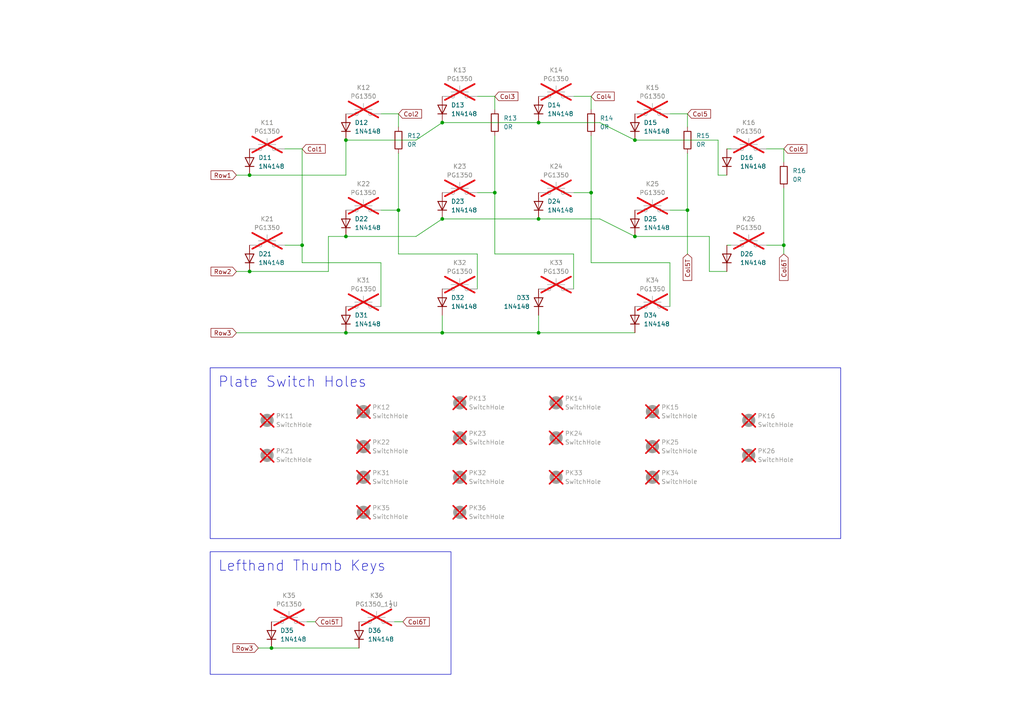
<source format=kicad_sch>
(kicad_sch (version 20250114) (generator "eeschema") (generator_version "9.0")
  (paper "A4")
  (title_block (title "Alufo ") (rev "1.1L") (company "bgkendall") (comment 1 "Split one-layer reversible keyboard PCB (lefthand side)") (comment 2 "Key switch matrix for"))
  (lib_symbols
    (symbol "Device:D" (pin_numbers (hide yes)) (pin_names (offset 1.016) (hide yes))
      (property "Reference" "D" (at 0 2.54 0))
      (property "Value" "D" (at 0 -2.54 0))
      (symbol "D_0_1"
        (polyline (pts (xy -1.27 1.27) (xy -1.27 -1.27)) (stroke (width 0.254)))
        (polyline (pts (xy 1.27 1.27) (xy 1.27 -1.27) (xy -1.27 0) (xy 1.27 1.27)) (stroke (width 0.254)))
        (polyline (pts (xy 1.27 0) (xy -1.27 0)))
      )
      (symbol "D_1_1"
        (pin passive line (at -3.81 0 0) (length 2.54) (name "K") (number "1"))
        (pin passive line (at 3.81 0 180) (length 2.54) (name "A") (number "2"))
      )
    )
    (symbol "Device:R" (pin_numbers (hide yes)) (pin_names (offset 0))
      (property "Reference" "R" (at 2.032 0 90))
      (property "Value" "R" (at 0 0 90))
      (symbol "R_0_1"
        (rectangle (start -1.016 -2.54) (end 1.016 2.54) (stroke (width 0.254)))
      )
      (symbol "R_1_1"
        (pin passive line (at 0 3.81 270) (length 1.27) (name "~") (number "1"))
        (pin passive line (at 0 -3.81 90) (length 1.27) (name "~") (number "2"))
      )
    )
    (symbol "Mechanical:MountingHole" (pin_names (offset 1.016)) (exclude_from_sim yes) (in_bom no)
      (property "Reference" "H" (at 0 5.08 0))
      (property "Value" "MountingHole" (at 0 3.175 0))
      (symbol "MountingHole_0_1"
        (circle (center 0 0) (radius 1.27) (stroke (width 1.27)))
      )
    )
    (symbol "Switch:SW_Push" (pin_numbers (hide yes)) (pin_names (offset 1.016) (hide yes))
      (property "Reference" "SW" (at 1.27 2.54 0))
      (property "Value" "SW_Push" (at 0 -1.524 0))
      (symbol "SW_Push_0_1"
        (circle (center -2.032 0) (radius 0.508))
        (polyline (pts (xy 0 1.27) (xy 0 3.048)))
        (circle (center 2.032 0) (radius 0.508))
        (polyline (pts (xy 2.54 1.27) (xy -2.54 1.27)))
        (pin passive line (at -5.08 0 0) (length 2.54) (name "1") (number "1"))
        (pin passive line (at 5.08 0 180) (length 2.54) (name "2") (number "2"))
      )
    )
  )
  (text_box "Lefthand Thumb Keys" (at 60.96 160.02 0) (size 69.85 35.56) (margins 2.25 2.25 2.25 2.25) (effects (font (size 3 3)) (justify left top)))
  (text_box "Plate Switch Holes" (at 60.96 106.68 0) (size 182.88 49.53) (margins 2.25 2.25 2.25 2.25) (effects (font (size 3 3)) (justify left top)))
  (junction (at 115.57 60.96))
  (junction (at 72.39 50.8))
  (junction (at 184.15 40.64))
  (junction (at 128.27 63.5))
  (junction (at 128.27 96.52))
  (junction (at 87.63 71.12))
  (junction (at 100.33 68.58))
  (junction (at 143.51 55.88))
  (junction (at 156.21 96.52))
  (junction (at 100.33 40.64))
  (junction (at 128.27 35.56))
  (junction (at 100.33 96.52))
  (junction (at 156.21 35.56))
  (junction (at 227.33 71.12))
  (junction (at 156.21 63.5))
  (junction (at 171.45 55.88))
  (junction (at 199.39 60.96))
  (junction (at 72.39 78.74))
  (junction (at 78.74 187.96))
  (junction (at 184.15 68.58))
  (wire (pts (xy 156.21 63.5) (xy 128.27 63.5)))
  (wire (pts (xy 120.65 68.58) (xy 100.33 68.58)))
  (wire (pts (xy 199.39 60.96) (xy 199.39 73.66)))
  (wire (pts (xy 184.15 40.64) (xy 208.28 40.64)))
  (wire (pts (xy 227.33 71.12) (xy 227.33 73.66)))
  (wire (pts (xy 166.37 73.66) (xy 166.37 83.82)))
  (wire (pts (xy 138.43 73.66) (xy 138.43 83.82)))
  (wire (pts (xy 128.27 35.56) (xy 120.65 40.64)))
  (wire (pts (xy 72.39 78.74) (xy 95.25 78.74)))
  (wire (pts (xy 128.27 63.5) (xy 120.65 68.58)))
  (wire (pts (xy 171.45 55.88) (xy 171.45 76.2)))
  (wire (pts (xy 208.28 50.8) (xy 210.82 50.8)))
  (wire (pts (xy 173.99 35.56) (xy 156.21 35.56)))
  (wire (pts (xy 95.25 68.58) (xy 100.33 68.58)))
  (wire (pts (xy 114.3 180.34) (xy 116.84 180.34)))
  (wire (pts (xy 68.58 78.74) (xy 72.39 78.74)))
  (wire (pts (xy 143.51 39.37) (xy 143.51 55.88)))
  (wire (pts (xy 171.45 39.37) (xy 171.45 55.88)))
  (wire (pts (xy 156.21 91.44) (xy 156.21 96.52)))
  (wire (pts (xy 184.15 68.58) (xy 205.74 68.58)))
  (wire (pts (xy 87.63 71.12) (xy 87.63 76.2)))
  (wire (pts (xy 212.09 43.18) (xy 210.82 43.18)))
  (wire (pts (xy 205.74 68.58) (xy 205.74 78.74)))
  (wire (pts (xy 212.09 71.12) (xy 210.82 71.12)))
  (wire (pts (xy 138.43 27.94) (xy 143.51 27.94)))
  (wire (pts (xy 143.51 27.94) (xy 143.51 31.75)))
  (wire (pts (xy 74.93 187.96) (xy 78.74 187.96)))
  (wire (pts (xy 205.74 78.74) (xy 210.82 78.74)))
  (wire (pts (xy 82.55 43.18) (xy 87.63 43.18)))
  (wire (pts (xy 166.37 27.94) (xy 171.45 27.94)))
  (wire (pts (xy 184.15 40.64) (xy 173.99 35.56)))
  (wire (pts (xy 156.21 35.56) (xy 128.27 35.56)))
  (wire (pts (xy 222.25 43.18) (xy 227.33 43.18)))
  (wire (pts (xy 171.45 76.2) (xy 194.31 76.2)))
  (wire (pts (xy 227.33 54.61) (xy 227.33 71.12)))
  (wire (pts (xy 78.74 187.96) (xy 104.14 187.96)))
  (wire (pts (xy 194.31 60.96) (xy 199.39 60.96)))
  (wire (pts (xy 115.57 44.45) (xy 115.57 60.96)))
  (wire (pts (xy 100.33 40.64) (xy 100.33 50.8)))
  (wire (pts (xy 143.51 55.88) (xy 143.51 73.66)))
  (wire (pts (xy 110.49 60.96) (xy 115.57 60.96)))
  (wire (pts (xy 120.65 40.64) (xy 100.33 40.64)))
  (wire (pts (xy 110.49 33.02) (xy 115.57 33.02)))
  (wire (pts (xy 115.57 33.02) (xy 115.57 36.83)))
  (wire (pts (xy 171.45 27.94) (xy 171.45 31.75)))
  (wire (pts (xy 100.33 96.52) (xy 128.27 96.52)))
  (wire (pts (xy 199.39 44.45) (xy 199.39 60.96)))
  (wire (pts (xy 222.25 71.12) (xy 227.33 71.12)))
  (wire (pts (xy 82.55 71.12) (xy 87.63 71.12)))
  (wire (pts (xy 208.28 40.64) (xy 208.28 50.8)))
  (wire (pts (xy 110.49 76.2) (xy 110.49 88.9)))
  (wire (pts (xy 95.25 68.58) (xy 95.25 78.74)))
  (wire (pts (xy 91.44 180.34) (xy 88.9 180.34)))
  (wire (pts (xy 128.27 91.44) (xy 128.27 96.52)))
  (wire (pts (xy 184.15 68.58) (xy 173.99 63.5)))
  (wire (pts (xy 156.21 96.52) (xy 184.15 96.52)))
  (wire (pts (xy 68.58 50.8) (xy 72.39 50.8)))
  (wire (pts (xy 227.33 43.18) (xy 227.33 46.99)))
  (wire (pts (xy 128.27 96.52) (xy 156.21 96.52)))
  (wire (pts (xy 115.57 73.66) (xy 138.43 73.66)))
  (wire (pts (xy 138.43 55.88) (xy 143.51 55.88)))
  (wire (pts (xy 87.63 76.2) (xy 110.49 76.2)))
  (wire (pts (xy 68.58 96.52) (xy 100.33 96.52)))
  (wire (pts (xy 87.63 43.18) (xy 87.63 71.12)))
  (wire (pts (xy 194.31 76.2) (xy 194.31 88.9)))
  (wire (pts (xy 166.37 55.88) (xy 171.45 55.88)))
  (wire (pts (xy 194.31 33.02) (xy 199.39 33.02)))
  (wire (pts (xy 143.51 73.66) (xy 166.37 73.66)))
  (wire (pts (xy 115.57 60.96) (xy 115.57 73.66)))
  (wire (pts (xy 72.39 50.8) (xy 100.33 50.8)))
  (wire (pts (xy 173.99 63.5) (xy 156.21 63.5)))
  (wire (pts (xy 199.39 33.02) (xy 199.39 36.83)))
  (global_label "Col5T" (shape input) (at 199.39 73.66 270) (property "Intersheetrefs" "${INTERSHEET_REFS}" (effects (hide yes))))
  (global_label "Row3" (shape input) (at 68.58 96.52 180) (property "Intersheetrefs" "${INTERSHEET_REFS}" (effects (hide yes))))
  (global_label "Row3" (shape input) (at 74.93 187.96 180) (property "Intersheetrefs" "${INTERSHEET_REFS}" (effects (hide yes))))
  (global_label "Col6T" (shape input) (at 116.84 180.34 0) (property "Intersheetrefs" "${INTERSHEET_REFS}" (effects (hide yes))))
  (global_label "Col1" (shape input) (at 87.63 43.18 0) (property "Intersheetrefs" "${INTERSHEET_REFS}" (effects (hide yes))))
  (global_label "Col6T" (shape input) (at 227.33 73.66 270) (property "Intersheetrefs" "${INTERSHEET_REFS}" (effects (hide yes))))
  (global_label "Col5" (shape input) (at 199.39 33.02 0) (property "Intersheetrefs" "${INTERSHEET_REFS}" (effects (hide yes))))
  (global_label "Row1" (shape input) (at 68.58 50.8 180) (property "Intersheetrefs" "${INTERSHEET_REFS}" (effects (hide yes))))
  (global_label "Col3" (shape input) (at 143.51 27.94 0) (property "Intersheetrefs" "${INTERSHEET_REFS}" (effects (hide yes))))
  (global_label "Col5T" (shape input) (at 91.44 180.34 0) (property "Intersheetrefs" "${INTERSHEET_REFS}" (effects (hide yes))))
  (global_label "Col4" (shape input) (at 171.45 27.94 0) (property "Intersheetrefs" "${INTERSHEET_REFS}" (effects (hide yes))))
  (global_label "Col6" (shape input) (at 227.33 43.18 0) (property "Intersheetrefs" "${INTERSHEET_REFS}" (effects (hide yes))))
  (global_label "Row2" (shape input) (at 68.58 78.74 180) (property "Intersheetrefs" "${INTERSHEET_REFS}" (effects (hide yes))))
  (global_label "Col2" (shape input) (at 115.57 33.02 0) (property "Intersheetrefs" "${INTERSHEET_REFS}" (effects (hide yes))))
  (symbol (lib_id "Mechanical:MountingHole") (at 133.35 138.43 0) (unit 1) (exclude_from_sim yes) (in_bom no) (dnp yes)
    (property "Reference" "PK32" (at 135.89 137.1599 0) (effects (justify left)))
    (property "Value" "SwitchHole" (at 135.89 139.6999 0) (effects (justify left)))
    (property "Footprint" "Project_Library:SW_choc_v1_Plate_CPG135001S30_1u" (effects (hide yes)))
    (property "Description" "Mounting Hole without connection" (effects (hide yes)))
  )
  (symbol (lib_id "Mechanical:MountingHole") (at 77.47 132.08 0) (unit 1) (exclude_from_sim yes) (in_bom no) (dnp yes)
    (property "Reference" "PK21" (at 80.01 130.8099 0) (effects (justify left)))
    (property "Value" "SwitchHole" (at 80.01 133.3499 0) (effects (justify left)))
    (property "Footprint" "Project_Library:SW_choc_v1_Plate_CPG135001S30_1u" (effects (hide yes)))
    (property "Description" "Mounting Hole without connection" (effects (hide yes)))
  )
  (symbol (lib_id "Switch:SW_Push") (at 161.29 55.88 0) (mirror y) (unit 1) (dnp yes)
    (property "Reference" "K24" (at 161.29 48.26 0))
    (property "Value" "PG1350" (at 161.29 50.8 0))
    (property "Footprint" "Project_Library:SW_choc_v1_HS_CPG135001S30_1layer_1u" (effects (hide yes)))
    (property "Description" "Push button switch, generic, two pins" (effects (hide yes)))
    (property "LCSC" "C5333465" (effects (hide yes)))
  )
  (symbol (lib_id "Switch:SW_Push") (at 133.35 55.88 0) (mirror y) (unit 1) (dnp yes)
    (property "Reference" "K23" (at 133.35 48.26 0))
    (property "Value" "PG1350" (at 133.35 50.8 0))
    (property "Footprint" "Project_Library:SW_choc_v1_HS_CPG135001S30_1layer_1u" (effects (hide yes)))
    (property "Description" "Push button switch, generic, two pins" (effects (hide yes)))
    (property "LCSC" "C5333465" (effects (hide yes)))
  )
  (symbol (lib_id "Mechanical:MountingHole") (at 105.41 129.54 0) (unit 1) (exclude_from_sim yes) (in_bom no) (dnp yes)
    (property "Reference" "PK22" (at 107.95 128.2699 0) (effects (justify left)))
    (property "Value" "SwitchHole" (at 107.95 130.8099 0) (effects (justify left)))
    (property "Footprint" "Project_Library:SW_choc_v1_Plate_CPG135001S30_1u" (effects (hide yes)))
    (property "Description" "Mounting Hole without connection" (effects (hide yes)))
  )
  (symbol (lib_id "Switch:SW_Push") (at 161.29 83.82 0) (mirror y) (unit 1) (dnp yes)
    (property "Reference" "K33" (at 161.29 76.2 0))
    (property "Value" "PG1350" (at 161.29 78.74 0))
    (property "Footprint" "Project_Library:SW_choc_v1_HS_CPG135001S30_1layer_1u" (effects (hide yes)))
    (property "Description" "Push button switch, generic, two pins" (effects (hide yes)))
    (property "LCSC" "C5333465" (effects (hide yes)))
  )
  (symbol (lib_id "Switch:SW_Push") (at 161.29 27.94 0) (mirror y) (unit 1) (dnp yes)
    (property "Reference" "K14" (at 161.29 20.32 0))
    (property "Value" "PG1350" (at 161.29 22.86 0))
    (property "Footprint" "Project_Library:SW_choc_v1_HS_CPG135001S30_1layer_1u" (effects (hide yes)))
    (property "Description" "Push button switch, generic, two pins" (effects (hide yes)))
    (property "LCSC" "C5333465" (effects (hide yes)))
  )
  (symbol (lib_id "Device:R") (at 143.51 35.56 0) (unit 1)
    (property "Reference" "R13" (at 146.05 34.2899 0) (effects (justify left)))
    (property "Value" "0R" (at 146.05 36.8299 0) (effects (justify left)))
    (property "Footprint" "Resistor_SMD:R_2010_5025Metric" (effects (hide yes)))
    (property "Description" "Resistor" (effects (hide yes)))
    (property "LCSC" "C2960848" (effects (hide yes)))
  )
  (symbol (lib_id "Switch:SW_Push") (at 189.23 88.9 0) (mirror y) (unit 1) (dnp yes)
    (property "Reference" "K34" (at 189.23 81.28 0))
    (property "Value" "PG1350" (at 189.23 83.82 0))
    (property "Footprint" "Project_Library:SW_choc_v1_HS_CPG135001S30_1layer_1u" (effects (hide yes)))
    (property "Description" "Push button switch, generic, two pins" (effects (hide yes)))
    (property "LCSC" "C5333465" (effects (hide yes)))
  )
  (symbol (lib_id "Mechanical:MountingHole") (at 189.23 119.38 0) (unit 1) (exclude_from_sim yes) (in_bom no) (dnp yes)
    (property "Reference" "PK15" (at 191.77 118.1099 0) (effects (justify left)))
    (property "Value" "SwitchHole" (at 191.77 120.6499 0) (effects (justify left)))
    (property "Footprint" "Project_Library:SW_choc_v1_Plate_CPG135001S30_1u" (effects (hide yes)))
    (property "Description" "Mounting Hole without connection" (effects (hide yes)))
  )
  (symbol (lib_id "Switch:SW_Push") (at 109.22 180.34 0) (mirror y) (unit 1) (dnp yes)
    (property "Reference" "K36" (at 109.22 172.72 0))
    (property "Value" "PG1350_1½U" (at 109.22 175.26 0))
    (property "Footprint" "Project_Library:SW_choc_v1_HS_CPG135001S30_1layer_1.5u" (effects (hide yes)))
    (property "Description" "Push button switch, generic, two pins" (effects (hide yes)))
    (property "LCSC" "C5333465" (effects (hide yes)))
  )
  (symbol (lib_id "Device:D") (at 104.14 184.15 90) (unit 1)
    (property "Reference" "D36" (at 106.68 182.8799 90) (effects (justify right)))
    (property "Value" "1N4148" (at 106.68 185.4199 90) (effects (justify right)))
    (property "Footprint" "Project_Library:D_SOD-123_Mod" (effects (hide yes)))
    (property "Description" "Diode" (effects (hide yes)))
    (property "Sim.Device" "D" (effects (hide yes)))
    (property "Sim.Pins" "1=K 2=A" (effects (hide yes)))
    (property "LCSC" "C917030" (effects (hide yes)))
  )
  (symbol (lib_id "Device:D") (at 100.33 36.83 90) (unit 1)
    (property "Reference" "D12" (at 102.87 35.5599 90) (effects (justify right)))
    (property "Value" "1N4148" (at 102.87 38.0999 90) (effects (justify right)))
    (property "Footprint" "Project_Library:D_SOD-123_Mod" (effects (hide yes)))
    (property "Description" "Diode" (effects (hide yes)))
    (property "Sim.Device" "D" (effects (hide yes)))
    (property "Sim.Pins" "1=K 2=A" (effects (hide yes)))
    (property "LCSC" "C917030" (effects (hide yes)))
  )
  (symbol (lib_id "Device:D") (at 100.33 92.71 90) (unit 1)
    (property "Reference" "D31" (at 102.87 91.4399 90) (effects (justify right)))
    (property "Value" "1N4148" (at 102.87 93.9799 90) (effects (justify right)))
    (property "Footprint" "Project_Library:D_SOD-123_Mod" (effects (hide yes)))
    (property "Description" "Diode" (effects (hide yes)))
    (property "Sim.Device" "D" (effects (hide yes)))
    (property "Sim.Pins" "1=K 2=A" (effects (hide yes)))
    (property "LCSC" "C917030" (effects (hide yes)))
  )
  (symbol (lib_id "Switch:SW_Push") (at 77.47 43.18 0) (mirror y) (unit 1) (dnp yes)
    (property "Reference" "K11" (at 77.47 35.56 0))
    (property "Value" "PG1350" (at 77.47 38.1 0))
    (property "Footprint" "Project_Library:SW_choc_v1_HS_CPG135001S30_1layer_1u" (effects (hide yes)))
    (property "Description" "Push button switch, generic, two pins" (effects (hide yes)))
    (property "LCSC" "C5333465" (effects (hide yes)))
  )
  (symbol (lib_id "Device:R") (at 227.33 50.8 0) (unit 1)
    (property "Reference" "R16" (at 229.87 49.5299 0) (effects (justify left)))
    (property "Value" "0R" (at 229.87 52.0699 0) (effects (justify left)))
    (property "Footprint" "Resistor_SMD:R_2010_5025Metric" (effects (hide yes)))
    (property "Description" "Resistor" (effects (hide yes)))
    (property "LCSC" "C2960848" (effects (hide yes)))
  )
  (symbol (lib_id "Mechanical:MountingHole") (at 161.29 116.84 0) (unit 1) (exclude_from_sim yes) (in_bom no) (dnp yes)
    (property "Reference" "PK14" (at 163.83 115.5699 0) (effects (justify left)))
    (property "Value" "SwitchHole" (at 163.83 118.1099 0) (effects (justify left)))
    (property "Footprint" "Project_Library:SW_choc_v1_Plate_CPG135001S30_1u" (effects (hide yes)))
    (property "Description" "Mounting Hole without connection" (effects (hide yes)))
  )
  (symbol (lib_id "Mechanical:MountingHole") (at 133.35 116.84 0) (unit 1) (exclude_from_sim yes) (in_bom no) (dnp yes)
    (property "Reference" "PK13" (at 135.89 115.5699 0) (effects (justify left)))
    (property "Value" "SwitchHole" (at 135.89 118.1099 0) (effects (justify left)))
    (property "Footprint" "Project_Library:SW_choc_v1_Plate_CPG135001S30_1u" (effects (hide yes)))
    (property "Description" "Mounting Hole without connection" (effects (hide yes)))
  )
  (symbol (lib_id "Device:R") (at 115.57 40.64 0) (unit 1)
    (property "Reference" "R12" (at 118.11 39.3699 0) (effects (justify left)))
    (property "Value" "0R" (at 118.11 41.9099 0) (effects (justify left)))
    (property "Footprint" "Resistor_SMD:R_2010_5025Metric" (effects (hide yes)))
    (property "Description" "Resistor" (effects (hide yes)))
    (property "LCSC" "C2960848" (effects (hide yes)))
  )
  (symbol (lib_id "Device:R") (at 171.45 35.56 0) (unit 1)
    (property "Reference" "R14" (at 173.99 34.2899 0) (effects (justify left)))
    (property "Value" "0R" (at 173.99 36.8299 0) (effects (justify left)))
    (property "Footprint" "Resistor_SMD:R_2010_5025Metric" (effects (hide yes)))
    (property "Description" "Resistor" (effects (hide yes)))
    (property "LCSC" "C2960848" (effects (hide yes)))
  )
  (symbol (lib_id "Switch:SW_Push") (at 105.41 88.9 0) (mirror y) (unit 1) (dnp yes)
    (property "Reference" "K31" (at 105.41 81.28 0))
    (property "Value" "PG1350" (at 105.41 83.82 0))
    (property "Footprint" "Project_Library:SW_choc_v1_HS_CPG135001S30_1layer_1u" (effects (hide yes)))
    (property "Description" "Push button switch, generic, two pins" (effects (hide yes)))
    (property "LCSC" "C5333465" (effects (hide yes)))
  )
  (symbol (lib_id "Device:D") (at 184.15 36.83 90) (unit 1)
    (property "Reference" "D15" (at 186.69 35.5599 90) (effects (justify right)))
    (property "Value" "1N4148" (at 186.69 38.0999 90) (effects (justify right)))
    (property "Footprint" "Project_Library:D_SOD-123_Mod" (effects (hide yes)))
    (property "Description" "Diode" (effects (hide yes)))
    (property "Sim.Device" "D" (effects (hide yes)))
    (property "Sim.Pins" "1=K 2=A" (effects (hide yes)))
    (property "LCSC" "C917030" (effects (hide yes)))
  )
  (symbol (lib_id "Switch:SW_Push") (at 77.47 71.12 0) (mirror y) (unit 1) (dnp yes)
    (property "Reference" "K21" (at 77.47 63.5 0))
    (property "Value" "PG1350" (at 77.47 66.04 0))
    (property "Footprint" "Project_Library:SW_choc_v1_HS_CPG135001S30_1layer_1u" (effects (hide yes)))
    (property "Description" "Push button switch, generic, two pins" (effects (hide yes)))
    (property "LCSC" "C5333465" (effects (hide yes)))
  )
  (symbol (lib_id "Device:D") (at 210.82 74.93 90) (unit 1)
    (property "Reference" "D26" (at 214.63 73.6599 90) (effects (justify right)))
    (property "Value" "1N4148" (at 214.63 76.1999 90) (effects (justify right)))
    (property "Footprint" "Project_Library:D_SOD-123_Mod" (effects (hide yes)))
    (property "Description" "Diode" (effects (hide yes)))
    (property "Sim.Device" "D" (effects (hide yes)))
    (property "Sim.Pins" "1=K 2=A" (effects (hide yes)))
    (property "LCSC" "C917030" (effects (hide yes)))
  )
  (symbol (lib_id "Switch:SW_Push") (at 189.23 33.02 0) (mirror y) (unit 1) (dnp yes)
    (property "Reference" "K15" (at 189.23 25.4 0))
    (property "Value" "PG1350" (at 189.23 27.94 0))
    (property "Footprint" "Project_Library:SW_choc_v1_HS_CPG135001S30_1layer_1u" (effects (hide yes)))
    (property "Description" "Push button switch, generic, two pins" (effects (hide yes)))
    (property "LCSC" "C5333465" (effects (hide yes)))
  )
  (symbol (lib_id "Switch:SW_Push") (at 133.35 83.82 0) (mirror y) (unit 1) (dnp yes)
    (property "Reference" "K32" (at 133.35 76.2 0))
    (property "Value" "PG1350" (at 133.35 78.74 0))
    (property "Footprint" "Project_Library:SW_choc_v1_HS_CPG135001S30_1layer_1u" (effects (hide yes)))
    (property "Description" "Push button switch, generic, two pins" (effects (hide yes)))
    (property "LCSC" "C5333465" (effects (hide yes)))
  )
  (symbol (lib_id "Device:D") (at 128.27 87.63 90) (unit 1)
    (property "Reference" "D32" (at 130.81 86.3599 90) (effects (justify right)))
    (property "Value" "1N4148" (at 130.81 88.8999 90) (effects (justify right)))
    (property "Footprint" "Project_Library:D_SOD-123_Mod" (effects (hide yes)))
    (property "Description" "Diode" (effects (hide yes)))
    (property "Sim.Device" "D" (effects (hide yes)))
    (property "Sim.Pins" "1=K 2=A" (effects (hide yes)))
    (property "LCSC" "C917030" (effects (hide yes)))
  )
  (symbol (lib_id "Switch:SW_Push") (at 105.41 33.02 0) (mirror y) (unit 1) (dnp yes)
    (property "Reference" "K12" (at 105.41 25.4 0))
    (property "Value" "PG1350" (at 105.41 27.94 0))
    (property "Footprint" "Project_Library:SW_choc_v1_HS_CPG135001S30_1layer_1u" (effects (hide yes)))
    (property "Description" "Push button switch, generic, two pins" (effects (hide yes)))
    (property "LCSC" "C5333465" (effects (hide yes)))
  )
  (symbol (lib_id "Device:D") (at 156.21 87.63 270) (mirror x) (unit 1)
    (property "Reference" "D33" (at 153.67 86.3599 90) (effects (justify right)))
    (property "Value" "1N4148" (at 153.67 88.8999 90) (effects (justify right)))
    (property "Footprint" "Project_Library:D_SOD-123_Mod" (effects (hide yes)))
    (property "Description" "Diode" (effects (hide yes)))
    (property "Sim.Device" "D" (effects (hide yes)))
    (property "Sim.Pins" "1=K 2=A" (effects (hide yes)))
    (property "LCSC" "C917030" (effects (hide yes)))
  )
  (symbol (lib_id "Device:D") (at 210.82 46.99 90) (unit 1)
    (property "Reference" "D16" (at 214.63 45.7199 90) (effects (justify right)))
    (property "Value" "1N4148" (at 214.63 48.2599 90) (effects (justify right)))
    (property "Footprint" "Project_Library:D_SOD-123_Mod" (effects (hide yes)))
    (property "Description" "Diode" (effects (hide yes)))
    (property "Sim.Device" "D" (effects (hide yes)))
    (property "Sim.Pins" "1=K 2=A" (effects (hide yes)))
    (property "LCSC" "C917030" (effects (hide yes)))
  )
  (symbol (lib_id "Device:D") (at 184.15 92.71 90) (unit 1)
    (property "Reference" "D34" (at 186.69 91.4399 90) (effects (justify right)))
    (property "Value" "1N4148" (at 186.69 93.9799 90) (effects (justify right)))
    (property "Footprint" "Project_Library:D_SOD-123_Mod" (effects (hide yes)))
    (property "Description" "Diode" (effects (hide yes)))
    (property "Sim.Device" "D" (effects (hide yes)))
    (property "Sim.Pins" "1=K 2=A" (effects (hide yes)))
    (property "LCSC" "C917030" (effects (hide yes)))
  )
  (symbol (lib_id "Switch:SW_Push") (at 83.82 180.34 0) (mirror y) (unit 1) (dnp yes)
    (property "Reference" "K35" (at 83.82 172.72 0))
    (property "Value" "PG1350" (at 83.82 175.26 0))
    (property "Footprint" "Project_Library:SW_choc_v1_HS_CPG135001S30_1layer_1u" (effects (hide yes)))
    (property "Description" "Push button switch, generic, two pins" (effects (hide yes)))
    (property "LCSC" "C5333465" (effects (hide yes)))
  )
  (symbol (lib_id "Switch:SW_Push") (at 189.23 60.96 0) (mirror y) (unit 1) (dnp yes)
    (property "Reference" "K25" (at 189.23 53.34 0))
    (property "Value" "PG1350" (at 189.23 55.88 0))
    (property "Footprint" "Project_Library:SW_choc_v1_HS_CPG135001S30_1layer_1u" (effects (hide yes)))
    (property "Description" "Push button switch, generic, two pins" (effects (hide yes)))
    (property "LCSC" "C5333465" (effects (hide yes)))
  )
  (symbol (lib_id "Mechanical:MountingHole") (at 161.29 138.43 0) (unit 1) (exclude_from_sim yes) (in_bom no) (dnp yes)
    (property "Reference" "PK33" (at 163.83 137.1599 0) (effects (justify left)))
    (property "Value" "SwitchHole" (at 163.83 139.6999 0) (effects (justify left)))
    (property "Footprint" "Project_Library:SW_choc_v1_Plate_CPG135001S30_1u" (effects (hide yes)))
    (property "Description" "Mounting Hole without connection" (effects (hide yes)))
  )
  (symbol (lib_id "Mechanical:MountingHole") (at 105.41 119.38 0) (unit 1) (exclude_from_sim yes) (in_bom no) (dnp yes)
    (property "Reference" "PK12" (at 107.95 118.1099 0) (effects (justify left)))
    (property "Value" "SwitchHole" (at 107.95 120.6499 0) (effects (justify left)))
    (property "Footprint" "Project_Library:SW_choc_v1_Plate_CPG135001S30_1u" (effects (hide yes)))
    (property "Description" "Mounting Hole without connection" (effects (hide yes)))
  )
  (symbol (lib_id "Device:D") (at 72.39 74.93 90) (unit 1)
    (property "Reference" "D21" (at 74.93 73.6599 90) (effects (justify right)))
    (property "Value" "1N4148" (at 74.93 76.1999 90) (effects (justify right)))
    (property "Footprint" "Project_Library:D_SOD-123_Mod" (effects (hide yes)))
    (property "Description" "Diode" (effects (hide yes)))
    (property "Sim.Device" "D" (effects (hide yes)))
    (property "Sim.Pins" "1=K 2=A" (effects (hide yes)))
    (property "LCSC" "C917030" (effects (hide yes)))
  )
  (symbol (lib_id "Device:D") (at 128.27 31.75 90) (unit 1)
    (property "Reference" "D13" (at 130.81 30.4799 90) (effects (justify right)))
    (property "Value" "1N4148" (at 130.81 33.0199 90) (effects (justify right)))
    (property "Footprint" "Project_Library:D_SOD-123_Mod" (effects (hide yes)))
    (property "Description" "Diode" (effects (hide yes)))
    (property "Sim.Device" "D" (effects (hide yes)))
    (property "Sim.Pins" "1=K 2=A" (effects (hide yes)))
    (property "LCSC" "C917030" (effects (hide yes)))
  )
  (symbol (lib_id "Mechanical:MountingHole") (at 133.35 127 0) (unit 1) (exclude_from_sim yes) (in_bom no) (dnp yes)
    (property "Reference" "PK23" (at 135.89 125.7299 0) (effects (justify left)))
    (property "Value" "SwitchHole" (at 135.89 128.2699 0) (effects (justify left)))
    (property "Footprint" "Project_Library:SW_choc_v1_Plate_CPG135001S30_1u" (effects (hide yes)))
    (property "Description" "Mounting Hole without connection" (effects (hide yes)))
  )
  (symbol (lib_id "Device:D") (at 128.27 59.69 90) (unit 1)
    (property "Reference" "D23" (at 130.81 58.4199 90) (effects (justify right)))
    (property "Value" "1N4148" (at 130.81 60.9599 90) (effects (justify right)))
    (property "Footprint" "Project_Library:D_SOD-123_Mod" (effects (hide yes)))
    (property "Description" "Diode" (effects (hide yes)))
    (property "Sim.Device" "D" (effects (hide yes)))
    (property "Sim.Pins" "1=K 2=A" (effects (hide yes)))
    (property "LCSC" "C917030" (effects (hide yes)))
  )
  (symbol (lib_id "Mechanical:MountingHole") (at 189.23 129.54 0) (unit 1) (exclude_from_sim yes) (in_bom no) (dnp yes)
    (property "Reference" "PK25" (at 191.77 128.2699 0) (effects (justify left)))
    (property "Value" "SwitchHole" (at 191.77 130.8099 0) (effects (justify left)))
    (property "Footprint" "Project_Library:SW_choc_v1_Plate_CPG135001S30_1u" (effects (hide yes)))
    (property "Description" "Mounting Hole without connection" (effects (hide yes)))
  )
  (symbol (lib_id "Device:D") (at 184.15 64.77 90) (unit 1)
    (property "Reference" "D25" (at 186.69 63.4999 90) (effects (justify right)))
    (property "Value" "1N4148" (at 186.69 66.0399 90) (effects (justify right)))
    (property "Footprint" "Project_Library:D_SOD-123_Mod" (effects (hide yes)))
    (property "Description" "Diode" (effects (hide yes)))
    (property "Sim.Device" "D" (effects (hide yes)))
    (property "Sim.Pins" "1=K 2=A" (effects (hide yes)))
    (property "LCSC" "C917030" (effects (hide yes)))
  )
  (symbol (lib_id "Mechanical:MountingHole") (at 189.23 138.43 0) (unit 1) (exclude_from_sim yes) (in_bom no) (dnp yes)
    (property "Reference" "PK34" (at 191.77 137.1599 0) (effects (justify left)))
    (property "Value" "SwitchHole" (at 191.77 139.6999 0) (effects (justify left)))
    (property "Footprint" "Project_Library:SW_choc_v1_Plate_CPG135001S30_1u" (effects (hide yes)))
    (property "Description" "Mounting Hole without connection" (effects (hide yes)))
  )
  (symbol (lib_id "Mechanical:MountingHole") (at 217.17 132.08 0) (unit 1) (exclude_from_sim yes) (in_bom no) (dnp yes)
    (property "Reference" "PK26" (at 219.71 130.8099 0) (effects (justify left)))
    (property "Value" "SwitchHole" (at 219.71 133.3499 0) (effects (justify left)))
    (property "Footprint" "Project_Library:SW_choc_v1_Plate_CPG135001S30_1u" (effects (hide yes)))
    (property "Description" "Mounting Hole without connection" (effects (hide yes)))
  )
  (symbol (lib_id "Device:D") (at 72.39 46.99 90) (unit 1)
    (property "Reference" "D11" (at 74.93 45.7199 90) (effects (justify right)))
    (property "Value" "1N4148" (at 74.93 48.2599 90) (effects (justify right)))
    (property "Footprint" "Project_Library:D_SOD-123_Mod" (effects (hide yes)))
    (property "Description" "Diode" (effects (hide yes)))
    (property "Sim.Device" "D" (effects (hide yes)))
    (property "Sim.Pins" "1=K 2=A" (effects (hide yes)))
    (property "LCSC" "C917030" (effects (hide yes)))
  )
  (symbol (lib_id "Mechanical:MountingHole") (at 133.35 148.59 0) (unit 1) (exclude_from_sim yes) (in_bom no) (dnp yes)
    (property "Reference" "PK36" (at 135.89 147.3199 0) (effects (justify left)))
    (property "Value" "SwitchHole" (at 135.89 149.8599 0) (effects (justify left)))
    (property "Footprint" "Project_Library:SW_choc_v1_Plate_CPG135001S30_1.5u" (effects (hide yes)))
    (property "Description" "Mounting Hole without connection" (effects (hide yes)))
  )
  (symbol (lib_id "Mechanical:MountingHole") (at 105.41 138.43 0) (unit 1) (exclude_from_sim yes) (in_bom no) (dnp yes)
    (property "Reference" "PK31" (at 107.95 137.1599 0) (effects (justify left)))
    (property "Value" "SwitchHole" (at 107.95 139.6999 0) (effects (justify left)))
    (property "Footprint" "Project_Library:SW_choc_v1_Plate_CPG135001S30_1u" (effects (hide yes)))
    (property "Description" "Mounting Hole without connection" (effects (hide yes)))
  )
  (symbol (lib_id "Mechanical:MountingHole") (at 161.29 127 0) (unit 1) (exclude_from_sim yes) (in_bom no) (dnp yes)
    (property "Reference" "PK24" (at 163.83 125.7299 0) (effects (justify left)))
    (property "Value" "SwitchHole" (at 163.83 128.2699 0) (effects (justify left)))
    (property "Footprint" "Project_Library:SW_choc_v1_Plate_CPG135001S30_1u" (effects (hide yes)))
    (property "Description" "Mounting Hole without connection" (effects (hide yes)))
  )
  (symbol (lib_id "Device:D") (at 156.21 59.69 90) (unit 1)
    (property "Reference" "D24" (at 158.75 58.4199 90) (effects (justify right)))
    (property "Value" "1N4148" (at 158.75 60.9599 90) (effects (justify right)))
    (property "Footprint" "Project_Library:D_SOD-123_Mod" (effects (hide yes)))
    (property "Description" "Diode" (effects (hide yes)))
    (property "Sim.Device" "D" (effects (hide yes)))
    (property "Sim.Pins" "1=K 2=A" (effects (hide yes)))
    (property "LCSC" "C917030" (effects (hide yes)))
  )
  (symbol (lib_id "Switch:SW_Push") (at 105.41 60.96 0) (mirror y) (unit 1) (dnp yes)
    (property "Reference" "K22" (at 105.41 53.34 0))
    (property "Value" "PG1350" (at 105.41 55.88 0))
    (property "Footprint" "Project_Library:SW_choc_v1_HS_CPG135001S30_1layer_1u" (effects (hide yes)))
    (property "Description" "Push button switch, generic, two pins" (effects (hide yes)))
    (property "LCSC" "C5333465" (effects (hide yes)))
  )
  (symbol (lib_id "Mechanical:MountingHole") (at 105.41 148.59 0) (unit 1) (exclude_from_sim yes) (in_bom no) (dnp yes)
    (property "Reference" "PK35" (at 107.95 147.3199 0) (effects (justify left)))
    (property "Value" "SwitchHole" (at 107.95 149.8599 0) (effects (justify left)))
    (property "Footprint" "Project_Library:SW_choc_v1_Plate_CPG135001S30_1u" (effects (hide yes)))
    (property "Description" "Mounting Hole without connection" (effects (hide yes)))
  )
  (symbol (lib_id "Switch:SW_Push") (at 133.35 27.94 0) (mirror y) (unit 1) (dnp yes)
    (property "Reference" "K13" (at 133.35 20.32 0))
    (property "Value" "PG1350" (at 133.35 22.86 0))
    (property "Footprint" "Project_Library:SW_choc_v1_HS_CPG135001S30_1layer_1u" (effects (hide yes)))
    (property "Description" "Push button switch, generic, two pins" (effects (hide yes)))
    (property "LCSC" "C5333465" (effects (hide yes)))
  )
  (symbol (lib_id "Mechanical:MountingHole") (at 217.17 121.92 0) (unit 1) (exclude_from_sim yes) (in_bom no) (dnp yes)
    (property "Reference" "PK16" (at 219.71 120.6499 0) (effects (justify left)))
    (property "Value" "SwitchHole" (at 219.71 123.1899 0) (effects (justify left)))
    (property "Footprint" "Project_Library:SW_choc_v1_Plate_CPG135001S30_1u" (effects (hide yes)))
    (property "Description" "Mounting Hole without connection" (effects (hide yes)))
  )
  (symbol (lib_id "Switch:SW_Push") (at 217.17 71.12 0) (mirror y) (unit 1) (dnp yes)
    (property "Reference" "K26" (at 217.17 63.5 0))
    (property "Value" "PG1350" (at 217.17 66.04 0))
    (property "Footprint" "Project_Library:SW_choc_v1_HS_CPG135001S30_1layer_1u" (effects (hide yes)))
    (property "Description" "Push button switch, generic, two pins" (effects (hide yes)))
    (property "LCSC" "C5333465" (effects (hide yes)))
  )
  (symbol (lib_id "Mechanical:MountingHole") (at 77.47 121.92 0) (unit 1) (exclude_from_sim yes) (in_bom no) (dnp yes)
    (property "Reference" "PK11" (at 80.01 120.6499 0) (effects (justify left)))
    (property "Value" "SwitchHole" (at 80.01 123.1899 0) (effects (justify left)))
    (property "Footprint" "Project_Library:SW_choc_v1_Plate_CPG135001S30_1u" (effects (hide yes)))
    (property "Description" "Mounting Hole without connection" (effects (hide yes)))
  )
  (symbol (lib_id "Device:R") (at 199.39 40.64 0) (unit 1)
    (property "Reference" "R15" (at 201.93 39.3699 0) (effects (justify left)))
    (property "Value" "0R" (at 201.93 41.9099 0) (effects (justify left)))
    (property "Footprint" "Resistor_SMD:R_2010_5025Metric" (effects (hide yes)))
    (property "Description" "Resistor" (effects (hide yes)))
    (property "LCSC" "C2960848" (effects (hide yes)))
  )
  (symbol (lib_id "Device:D") (at 78.74 184.15 90) (unit 1)
    (property "Reference" "D35" (at 81.28 182.8799 90) (effects (justify right)))
    (property "Value" "1N4148" (at 81.28 185.4199 90) (effects (justify right)))
    (property "Footprint" "Project_Library:D_SOD-123_Mod" (effects (hide yes)))
    (property "Description" "Diode" (effects (hide yes)))
    (property "Sim.Device" "D" (effects (hide yes)))
    (property "Sim.Pins" "1=K 2=A" (effects (hide yes)))
    (property "LCSC" "C917030" (effects (hide yes)))
  )
  (symbol (lib_id "Device:D") (at 100.33 64.77 90) (unit 1)
    (property "Reference" "D22" (at 102.87 63.4999 90) (effects (justify right)))
    (property "Value" "1N4148" (at 102.87 66.0399 90) (effects (justify right)))
    (property "Footprint" "Project_Library:D_SOD-123_Mod" (effects (hide yes)))
    (property "Description" "Diode" (effects (hide yes)))
    (property "Sim.Device" "D" (effects (hide yes)))
    (property "Sim.Pins" "1=K 2=A" (effects (hide yes)))
    (property "LCSC" "C917030" (effects (hide yes)))
  )
  (symbol (lib_id "Switch:SW_Push") (at 217.17 43.18 0) (mirror y) (unit 1) (dnp yes)
    (property "Reference" "K16" (at 217.17 35.56 0))
    (property "Value" "PG1350" (at 217.17 38.1 0))
    (property "Footprint" "Project_Library:SW_choc_v1_HS_CPG135001S30_1layer_1u" (effects (hide yes)))
    (property "Description" "Push button switch, generic, two pins" (effects (hide yes)))
    (property "LCSC" "C5333465" (effects (hide yes)))
  )
  (symbol (lib_id "Device:D") (at 156.21 31.75 90) (unit 1)
    (property "Reference" "D14" (at 158.75 30.4799 90) (effects (justify right)))
    (property "Value" "1N4148" (at 158.75 33.0199 90) (effects (justify right)))
    (property "Footprint" "Project_Library:D_SOD-123_Mod" (effects (hide yes)))
    (property "Description" "Diode" (effects (hide yes)))
    (property "Sim.Device" "D" (effects (hide yes)))
    (property "Sim.Pins" "1=K 2=A" (effects (hide yes)))
    (property "LCSC" "C917030" (effects (hide yes)))
  )
)
</source>
